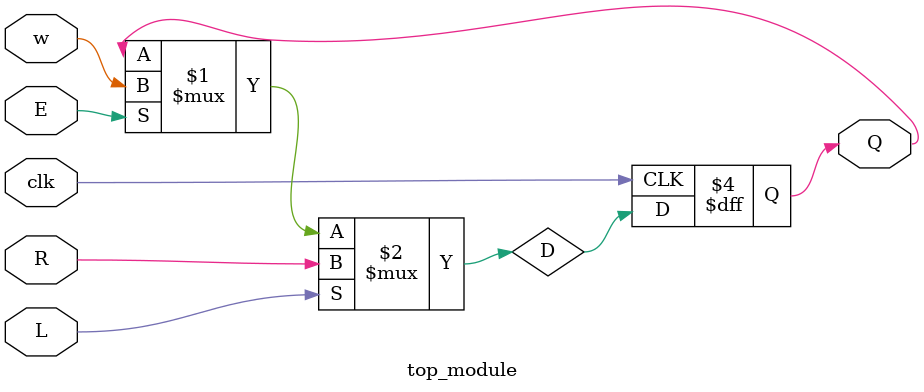
<source format=v>
module top_module (
    input clk,
    input w,
    R,
    E,
    L,
    output reg Q
);
  wire D;
  assign D = (L) ? R : (E) ? w : Q;
  always @(posedge clk) begin
    Q <= D;
  end
endmodule

</source>
